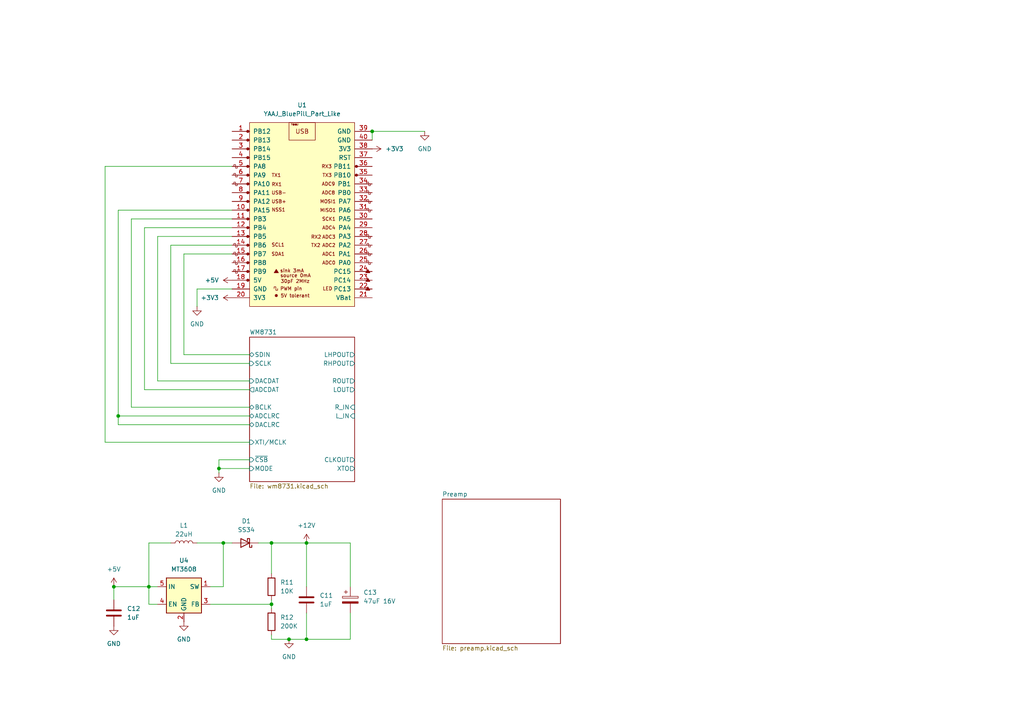
<source format=kicad_sch>
(kicad_sch (version 20250114) (generator "eeschema") (generator_version "9.0")
  (paper "A4")
  (lib_symbols
    (symbol "Device:C" (pin_numbers (hide yes)) (pin_names (offset 0.254))
      (property "Reference" "C" (at 0.635 2.54 0))
      (property "Value" "C" (at 0.635 -2.54 0))
      (symbol "C_0_1"
        (polyline (pts (xy -2.032 0.762) (xy 2.032 0.762)) (stroke (width 0.508)))
        (polyline (pts (xy -2.032 -0.762) (xy 2.032 -0.762)) (stroke (width 0.508)))
      )
      (symbol "C_1_1"
        (pin passive line (at 0 3.81 270) (length 2.794) (name "~") (number "1"))
        (pin passive line (at 0 -3.81 90) (length 2.794) (name "~") (number "2"))
      )
    )
    (symbol "Device:C_Polarized" (pin_numbers (hide yes)) (pin_names (offset 0.254))
      (property "Reference" "C" (at 0.635 2.54 0))
      (property "Value" "C_Polarized" (at 0.635 -2.54 0))
      (symbol "C_Polarized_0_1"
        (rectangle (start -2.286 0.508) (end 2.286 1.016))
        (polyline (pts (xy -1.778 2.286) (xy -0.762 2.286)))
        (polyline (pts (xy -1.27 2.794) (xy -1.27 1.778)))
        (rectangle (start 2.286 -0.508) (end -2.286 -1.016) (fill (type outline)))
      )
      (symbol "C_Polarized_1_1"
        (pin passive line (at 0 3.81 270) (length 2.794) (name "~") (number "1"))
        (pin passive line (at 0 -3.81 90) (length 2.794) (name "~") (number "2"))
      )
    )
    (symbol "Device:L" (pin_numbers (hide yes)) (pin_names (offset 1.016) (hide yes))
      (property "Reference" "L" (at -1.27 0 90))
      (property "Value" "L" (at 1.905 0 90))
      (symbol "L_0_1"
        (arc (start 0 2.54) (mid 0.6323 1.905) (end 0 1.27))
        (arc (start 0 1.27) (mid 0.6323 0.635) (end 0 0))
        (arc (start 0 0) (mid 0.6323 -0.635) (end 0 -1.27))
        (arc (start 0 -1.27) (mid 0.6323 -1.905) (end 0 -2.54))
      )
      (symbol "L_1_1"
        (pin passive line (at 0 3.81 270) (length 1.27) (name "1") (number "1"))
        (pin passive line (at 0 -3.81 90) (length 1.27) (name "2") (number "2"))
      )
    )
    (symbol "Device:R" (pin_numbers (hide yes)) (pin_names (offset 0))
      (property "Reference" "R" (at 2.032 0 90))
      (property "Value" "R" (at 0 0 90))
      (symbol "R_0_1"
        (rectangle (start -1.016 -2.54) (end 1.016 2.54) (stroke (width 0.254)))
      )
      (symbol "R_1_1"
        (pin passive line (at 0 3.81 270) (length 1.27) (name "~") (number "1"))
        (pin passive line (at 0 -3.81 90) (length 1.27) (name "~") (number "2"))
      )
    )
    (symbol "Diode:SS34" (pin_numbers (hide yes)) (pin_names (offset 1.016) (hide yes))
      (property "Reference" "D" (at 0 2.54 0))
      (property "Value" "SS34" (at 0 -2.54 0))
      (symbol "SS34_0_1"
        (polyline (pts (xy -1.905 0.635) (xy -1.905 1.27) (xy -1.27 1.27) (xy -1.27 -1.27) (xy -0.635 -1.27) (xy -0.635 -0.635)) (stroke (width 0.254)))
        (polyline (pts (xy 1.27 1.27) (xy 1.27 -1.27) (xy -1.27 0) (xy 1.27 1.27)) (stroke (width 0.254)))
        (polyline (pts (xy 1.27 0) (xy -1.27 0)))
      )
      (symbol "SS34_1_1"
        (pin passive line (at -3.81 0 0) (length 2.54) (name "K") (number "1"))
        (pin passive line (at 3.81 0 180) (length 2.54) (name "A") (number "2"))
      )
    )
    (symbol "Regulator_Switching:MT3608"
      (property "Reference" "U" (at -2.54 8.89 0))
      (property "Value" "MT3608" (at -3.81 6.35 0))
      (symbol "MT3608_0_1"
        (rectangle (start -5.08 5.08) (end 5.08 -5.08) (stroke (width 0.254)) (fill (type background)))
      )
      (symbol "MT3608_1_1"
        (pin power_in line (at -7.62 2.54 0) (length 2.54) (name "IN") (number "5"))
        (pin input line (at -7.62 -2.54 0) (length 2.54) (name "EN") (number "4"))
        (pin power_in line (at 0 -7.62 90) (length 2.54) (name "GND") (number "2"))
        (pin no_connect line (at 5.08 0 180) (length 2.54) (hide yes) (name "NC") (number "6"))
        (pin passive line (at 7.62 2.54 180) (length 2.54) (name "SW") (number "1"))
        (pin input line (at 7.62 -2.54 180) (length 2.54) (name "FB") (number "3"))
      )
    )
    (symbol "Zero.countersteer:YAAJ_BluePill_Part_Like" (pin_names (offset 1.016))
      (property "Reference" "U" (at -12.7 25.4 0))
      (property "Value" "YAAJ_BluePill_Part_Like" (at 0 2.54 90))
      (symbol "YAAJ_BluePill_Part_Like_0_0"
        (circle (center -15.748 22.86) (radius 0.3556) (fill (type outline)))
        (circle (center -15.748 17.78) (radius 0.3556) (fill (type outline)))
        (circle (center -15.748 15.24) (radius 0.3556) (fill (type outline)))
        (circle (center -15.748 12.7) (radius 0.3556) (fill (type outline)))
        (circle (center -15.748 10.16) (radius 0.3556) (fill (type outline)))
        (circle (center -15.748 7.62) (radius 0.3556) (fill (type outline)))
        (circle (center -15.748 5.08) (radius 0.3556) (fill (type outline)))
        (circle (center -15.748 2.54) (radius 0.3556) (fill (type outline)))
        (circle (center -15.748 0) (radius 0.3556) (fill (type outline)))
        (circle (center -15.748 -2.54) (radius 0.3556) (fill (type outline)))
        (circle (center -15.748 -5.08) (radius 0.3556) (fill (type outline)))
        (circle (center -15.748 -7.62) (radius 0.3556) (fill (type outline)))
        (circle (center -15.748 -10.16) (radius 0.3556) (fill (type outline)))
        (circle (center -15.748 -12.7) (radius 0.3556) (fill (type outline)))
        (circle (center -15.748 -15.24) (radius 0.3556) (fill (type outline)))
        (circle (center -15.748 -17.78) (radius 0.3556) (fill (type outline)))
        (circle (center -15.748 -20.32) (radius 0.3556) (fill (type outline)))
        (polyline (pts (xy -8.128 -18.161) (xy -7.493 -17.145) (xy -6.858 -18.161) (xy -8.128 -18.161) (xy -7.493 -17.272) (xy -6.985 -18.161) (xy -8.001 -18.034) (xy -7.493 -17.399) (xy -7.112 -18.161) (xy -7.874 -17.907) (xy -7.366 -17.526) (xy -7.239 -18.161) (xy -7.747 -17.78) (xy -7.239 -17.653) (xy -7.366 -18.034) (xy -7.62 -17.78) (xy -7.366 -17.907) (xy -7.493 -17.653)))
        (circle (center -7.493 -24.765) (radius 0.127) (fill (type outline)))
        (circle (center -7.493 -24.765) (radius 0.254))
        (circle (center -7.493 -24.765) (radius 0.3556))
        (circle (center 15.748 12.7) (radius 0.254) (fill (type outline)))
        (circle (center 15.748 12.7) (radius 0.3556))
        (circle (center 15.748 10.16) (radius 0.254) (fill (type outline)))
        (circle (center 15.748 10.16) (radius 0.3556))
        (polyline (pts (xy 18.415 -18.161) (xy 19.05 -17.145) (xy 19.685 -18.161) (xy 18.415 -18.161) (xy 19.05 -17.272) (xy 19.558 -18.161) (xy 18.542 -18.034) (xy 19.05 -17.399) (xy 19.431 -18.161) (xy 18.669 -17.907) (xy 19.177 -17.526) (xy 19.304 -18.161) (xy 18.796 -17.78) (xy 19.304 -17.653) (xy 19.177 -18.034) (xy 18.923 -17.78) (xy 19.177 -17.907) (xy 19.05 -17.653)))
        (polyline (pts (xy 18.415 -20.701) (xy 19.05 -19.685) (xy 19.685 -20.701) (xy 18.415 -20.701) (xy 19.05 -19.812) (xy 19.558 -20.701) (xy 18.542 -20.574) (xy 19.05 -19.939) (xy 19.431 -20.701) (xy 18.669 -20.447) (xy 19.177 -20.066) (xy 19.304 -20.701) (xy 18.796 -20.32) (xy 19.304 -20.193) (xy 19.177 -20.574) (xy 18.923 -20.32) (xy 19.177 -20.447) (xy 19.05 -20.193)))
        (polyline (pts (xy 18.415 -23.241) (xy 19.05 -22.225) (xy 19.685 -23.241) (xy 18.415 -23.241) (xy 19.05 -22.352) (xy 19.558 -23.241) (xy 18.542 -23.114) (xy 19.05 -22.479) (xy 19.431 -23.241) (xy 18.669 -22.987) (xy 19.177 -22.606) (xy 19.304 -23.241) (xy 18.796 -22.86) (xy 19.304 -22.733) (xy 19.177 -23.114) (xy 18.923 -22.86) (xy 19.177 -22.987) (xy 19.05 -22.733)))
        (text "TX1" (at -7.493 10.16 0) (effects (font (size 0.9906 0.9906))))
        (text "RX1" (at -7.366 7.493 0) (effects (font (size 0.9906 0.9906))))
        (text "SCL1" (at -6.985 -10.033 0) (effects (font (size 0.9906 0.9906))))
        (text "SDA1" (at -6.985 -12.7 0) (effects (font (size 0.9906 0.9906))))
        (text "NSS1" (at -6.858 0.127 0) (effects (font (size 0.9906 0.9906))))
        (text "USB-" (at -6.731 5.08 0) (effects (font (size 0.9906 0.9906))))
        (text "USB+" (at -6.731 2.54 0) (effects (font (size 0.9906 0.9906))))
        (text "PWM pin" (at -3.175 -22.733 0) (effects (font (size 0.9906 0.9906))))
        (text "sink 3mA" (at -2.921 -17.526 0) (effects (font (size 0.9906 0.9906))))
        (text "Y@@J" (at -2.159 24.892 0) (effects (font (size 0.508 0.508))))
        (text "30pF 2MHz" (at -2.032 -20.574 0) (effects (font (size 0.9906 0.9906))))
        (text "5V tolerant" (at -2.032 -24.765 0) (effects (font (size 0.9906 0.9906))))
        (text "source 0mA" (at -1.905 -18.923 0) (effects (font (size 0.9906 0.9906))))
        (text "USB" (at 0 22.86 0) (effects (font (size 1.27 1.27))))
        (text "TX2" (at 3.937 -10.16 0) (effects (font (size 0.9906 0.9906))))
        (text "RX2" (at 4.064 -7.747 0) (effects (font (size 0.9906 0.9906))))
        (text "RX3" (at 7.112 12.7 0) (effects (font (size 0.9906 0.9906))))
        (text "TX3" (at 7.239 10.16 0) (effects (font (size 0.9906 0.9906))))
        (text "LED" (at 7.366 -22.733 0) (effects (font (size 0.9906 0.9906))))
        (text "MOSI1" (at 7.493 2.54 0) (effects (font (size 0.9906 0.9906))))
        (text "MISO1" (at 7.493 0 0) (effects (font (size 0.9906 0.9906))))
        (text "ADC9" (at 7.62 7.62 0) (effects (font (size 0.9906 0.9906))))
        (text "ADC8" (at 7.62 5.08 0) (effects (font (size 0.9906 0.9906))))
        (text "SCK1" (at 7.747 -2.54 0) (effects (font (size 0.9906 0.9906))))
        (text "ADC4" (at 7.747 -5.08 0) (effects (font (size 0.9906 0.9906))))
        (text "ADC3" (at 7.747 -7.747 0) (effects (font (size 0.9906 0.9906))))
        (text "ADC2" (at 7.747 -10.16 0) (effects (font (size 0.9906 0.9906))))
        (text "ADC1" (at 7.747 -12.7 0) (effects (font (size 0.9906 0.9906))))
        (text "ADC0" (at 7.747 -15.24 0) (effects (font (size 0.9906 0.9906))))
      )
      (symbol "YAAJ_BluePill_Part_Like_0_1"
        (polyline (pts (xy -18.796 12.7) (xy -18.796 12.192) (xy -19.304 12.192) (xy -19.304 13.208) (xy -19.812 13.208) (xy -19.812 12.7)))
        (polyline (pts (xy -18.796 10.16) (xy -18.796 9.652) (xy -19.304 9.652) (xy -19.304 10.668) (xy -19.812 10.668) (xy -19.812 10.16)))
        (polyline (pts (xy -18.796 7.62) (xy -18.796 7.112) (xy -19.304 7.112) (xy -19.304 8.128) (xy -19.812 8.128) (xy -19.812 7.62)))
        (polyline (pts (xy -18.796 -10.16) (xy -18.796 -10.668) (xy -19.304 -10.668) (xy -19.304 -9.652) (xy -19.812 -9.652) (xy -19.812 -10.16)))
        (polyline (pts (xy -18.796 -12.7) (xy -18.796 -13.208) (xy -19.304 -13.208) (xy -19.304 -12.192) (xy -19.812 -12.192) (xy -19.812 -12.7)))
        (polyline (pts (xy -18.796 -15.24) (xy -18.796 -15.748) (xy -19.304 -15.748) (xy -19.304 -14.732) (xy -19.812 -14.732) (xy -19.812 -15.24)))
        (polyline (pts (xy -18.796 -17.78) (xy -18.796 -18.288) (xy -19.304 -18.288) (xy -19.304 -17.272) (xy -19.812 -17.272) (xy -19.812 -17.78)))
        (rectangle (start -15.24 25.4) (end 15.24 -27.94) (fill (type background)))
        (polyline (pts (xy -7.112 -22.733) (xy -7.112 -23.241) (xy -7.62 -23.241) (xy -7.62 -22.225) (xy -8.128 -22.225) (xy -8.128 -22.733)))
        (rectangle (start 3.81 25.4) (end -3.81 20.32))
        (polyline (pts (xy 19.812 7.62) (xy 19.812 7.112) (xy 19.304 7.112) (xy 19.304 8.128) (xy 18.796 8.128) (xy 18.796 7.62)))
        (polyline (pts (xy 19.812 5.08) (xy 19.812 4.572) (xy 19.304 4.572) (xy 19.304 5.588) (xy 18.796 5.588) (xy 18.796 5.08)))
        (polyline (pts (xy 19.812 2.54) (xy 19.812 2.032) (xy 19.304 2.032) (xy 19.304 3.048) (xy 18.796 3.048) (xy 18.796 2.54)))
        (polyline (pts (xy 19.812 0) (xy 19.812 -0.508) (xy 19.304 -0.508) (xy 19.304 0.508) (xy 18.796 0.508) (xy 18.796 0)))
        (polyline (pts (xy 19.812 -7.62) (xy 19.812 -8.128) (xy 19.304 -8.128) (xy 19.304 -7.112) (xy 18.796 -7.112) (xy 18.796 -7.62)))
        (polyline (pts (xy 19.812 -10.16) (xy 19.812 -10.668) (xy 19.304 -10.668) (xy 19.304 -9.652) (xy 18.796 -9.652) (xy 18.796 -10.16)))
        (polyline (pts (xy 19.812 -12.7) (xy 19.812 -13.208) (xy 19.304 -13.208) (xy 19.304 -12.192) (xy 18.796 -12.192) (xy 18.796 -12.7)))
        (polyline (pts (xy 19.812 -15.24) (xy 19.812 -15.748) (xy 19.304 -15.748) (xy 19.304 -14.732) (xy 18.796 -14.732) (xy 18.796 -15.24)))
      )
      (symbol "YAAJ_BluePill_Part_Like_1_1"
        (circle (center -15.748 20.32) (radius 0.3556) (fill (type outline)))
        (pin bidirectional line (at -20.32 22.86 0) (length 5.08) (name "PB12") (number "1"))
        (pin bidirectional line (at -20.32 20.32 0) (length 5.08) (name "PB13") (number "2"))
        (pin bidirectional line (at -20.32 17.78 0) (length 5.08) (name "PB14") (number "3"))
        (pin bidirectional line (at -20.32 15.24 0) (length 5.08) (name "PB15") (number "4"))
        (pin bidirectional line (at -20.32 12.7 0) (length 5.08) (name "PA8") (number "5"))
        (pin bidirectional line (at -20.32 10.16 0) (length 5.08) (name "PA9") (number "6"))
        (pin bidirectional line (at -20.32 7.62 0) (length 5.08) (name "PA10") (number "7"))
        (pin bidirectional line (at -20.32 5.08 0) (length 5.08) (name "PA11") (number "8"))
        (pin bidirectional line (at -20.32 2.54 0) (length 5.08) (name "PA12") (number "9"))
        (pin bidirectional line (at -20.32 0 0) (length 5.08) (name "PA15") (number "10"))
        (pin bidirectional line (at -20.32 -2.54 0) (length 5.08) (name "PB3") (number "11"))
        (pin bidirectional line (at -20.32 -5.08 0) (length 5.08) (name "PB4") (number "12"))
        (pin bidirectional line (at -20.32 -7.62 0) (length 5.08) (name "PB5") (number "13"))
        (pin bidirectional line (at -20.32 -10.16 0) (length 5.08) (name "PB6") (number "14"))
        (pin bidirectional line (at -20.32 -12.7 0) (length 5.08) (name "PB7") (number "15"))
        (pin bidirectional line (at -20.32 -15.24 0) (length 5.08) (name "PB8") (number "16"))
        (pin bidirectional line (at -20.32 -17.78 0) (length 5.08) (name "PB9") (number "17"))
        (pin power_in line (at -20.32 -20.32 0) (length 5.08) (name "5V") (number "18"))
        (pin power_in line (at -20.32 -22.86 0) (length 5.08) (name "GND") (number "19"))
        (pin power_in line (at -20.32 -25.4 0) (length 5.08) (name "3V3") (number "20"))
        (pin power_in line (at 20.32 22.86 180) (length 5.08) (name "GND") (number "39"))
        (pin power_in line (at 20.32 20.32 180) (length 5.08) (name "GND") (number "40"))
        (pin power_in line (at 20.32 17.78 180) (length 5.08) (name "3V3") (number "38"))
        (pin input line (at 20.32 15.24 180) (length 5.08) (name "RST") (number "37"))
        (pin bidirectional line (at 20.32 12.7 180) (length 5.08) (name "PB11") (number "36"))
        (pin bidirectional line (at 20.32 10.16 180) (length 5.08) (name "PB10") (number "35"))
        (pin bidirectional line (at 20.32 7.62 180) (length 5.08) (name "PB1") (number "34"))
        (pin bidirectional line (at 20.32 5.08 180) (length 5.08) (name "PB0") (number "33"))
        (pin bidirectional line (at 20.32 2.54 180) (length 5.08) (name "PA7") (number "32"))
        (pin bidirectional line (at 20.32 0 180) (length 5.08) (name "PA6") (number "31"))
        (pin bidirectional line (at 20.32 -2.54 180) (length 5.08) (name "PA5") (number "30"))
        (pin bidirectional line (at 20.32 -5.08 180) (length 5.08) (name "PA4") (number "29"))
        (pin bidirectional line (at 20.32 -7.62 180) (length 5.08) (name "PA3") (number "28"))
        (pin bidirectional line (at 20.32 -10.16 180) (length 5.08) (name "PA2") (number "27"))
        (pin bidirectional line (at 20.32 -12.7 180) (length 5.08) (name "PA1") (number "26"))
        (pin bidirectional line (at 20.32 -15.24 180) (length 5.08) (name "PA0") (number "25"))
        (pin bidirectional line (at 20.32 -17.78 180) (length 5.08) (name "PC15") (number "24"))
        (pin bidirectional line (at 20.32 -20.32 180) (length 5.08) (name "PC14") (number "23"))
        (pin bidirectional line (at 20.32 -22.86 180) (length 5.08) (name "PC13") (number "22"))
        (pin power_in line (at 20.32 -25.4 180) (length 5.08) (name "VBat") (number "21"))
      )
    )
    (symbol "power:+12V" (power) (pin_numbers (hide yes)) (pin_names (offset 0) (hide yes))
      (property "Value" "+12V" (at 0 3.556 0))
      (symbol "+12V_0_1"
        (polyline (pts (xy -0.762 1.27) (xy 0 2.54)))
        (polyline (pts (xy 0 2.54) (xy 0.762 1.27)))
        (polyline (pts (xy 0 0) (xy 0 2.54)))
      )
      (symbol "+12V_1_1"
        (pin power_in line (at 0 0 90) (length 0) (name "~") (number "1"))
      )
    )
    (symbol "power:+3V3" (power) (pin_numbers (hide yes)) (pin_names (offset 0) (hide yes))
      (property "Value" "+3V3" (at 0 3.556 0))
      (symbol "+3V3_0_1"
        (polyline (pts (xy -0.762 1.27) (xy 0 2.54)))
        (polyline (pts (xy 0 2.54) (xy 0.762 1.27)))
        (polyline (pts (xy 0 0) (xy 0 2.54)))
      )
      (symbol "+3V3_1_1"
        (pin power_in line (at 0 0 90) (length 0) (name "~") (number "1"))
      )
    )
    (symbol "power:+5V" (power) (pin_numbers (hide yes)) (pin_names (offset 0) (hide yes))
      (property "Value" "+5V" (at 0 3.556 0))
      (symbol "+5V_0_1"
        (polyline (pts (xy -0.762 1.27) (xy 0 2.54)))
        (polyline (pts (xy 0 2.54) (xy 0.762 1.27)))
        (polyline (pts (xy 0 0) (xy 0 2.54)))
      )
      (symbol "+5V_1_1"
        (pin power_in line (at 0 0 90) (length 0) (name "~") (number "1"))
      )
    )
    (symbol "power:GND" (power) (pin_numbers (hide yes)) (pin_names (offset 0) (hide yes))
      (property "Value" "GND" (at 0 -3.81 0))
      (symbol "GND_0_1"
        (polyline (pts (xy 0 0) (xy 0 -1.27) (xy 1.27 -1.27) (xy 0 -2.54) (xy -1.27 -1.27) (xy 0 -1.27)))
      )
      (symbol "GND_1_1"
        (pin power_in line (at 0 0 270) (length 0) (name "~") (number "1"))
      )
    )
  )
  (junction (at 43.18 170.18))
  (junction (at 33.02 170.18))
  (junction (at 78.74 157.48))
  (junction (at 107.95 38.1))
  (junction (at 64.77 157.48))
  (junction (at 88.9 157.48))
  (junction (at 78.74 175.26))
  (junction (at 83.82 185.42))
  (junction (at 34.29 120.65))
  (junction (at 63.5 135.89))
  (junction (at 88.9 185.42))
  (wire (pts (xy 30.48 128.27) (xy 72.39 128.27)))
  (wire (pts (xy 57.15 157.48) (xy 64.77 157.48)))
  (wire (pts (xy 74.93 157.48) (xy 78.74 157.48)))
  (wire (pts (xy 64.77 157.48) (xy 67.31 157.48)))
  (wire (pts (xy 34.29 120.65) (xy 72.39 120.65)))
  (wire (pts (xy 78.74 184.15) (xy 78.74 185.42)))
  (wire (pts (xy 88.9 177.8) (xy 88.9 185.42)))
  (wire (pts (xy 72.39 102.87) (xy 53.34 102.87)))
  (wire (pts (xy 78.74 157.48) (xy 78.74 166.37)))
  (wire (pts (xy 78.74 157.48) (xy 88.9 157.48)))
  (wire (pts (xy 57.15 83.82) (xy 57.15 88.9)))
  (wire (pts (xy 63.5 135.89) (xy 63.5 137.16)))
  (wire (pts (xy 38.1 63.5) (xy 38.1 118.11)))
  (wire (pts (xy 33.02 170.18) (xy 43.18 170.18)))
  (wire (pts (xy 101.6 157.48) (xy 88.9 157.48)))
  (wire (pts (xy 43.18 170.18) (xy 45.72 170.18)))
  (wire (pts (xy 43.18 157.48) (xy 43.18 170.18)))
  (wire (pts (xy 101.6 170.18) (xy 101.6 157.48)))
  (wire (pts (xy 64.77 157.48) (xy 64.77 170.18)))
  (wire (pts (xy 83.82 185.42) (xy 88.9 185.42)))
  (wire (pts (xy 45.72 110.49) (xy 72.39 110.49)))
  (wire (pts (xy 34.29 60.96) (xy 34.29 120.65)))
  (wire (pts (xy 64.77 170.18) (xy 60.96 170.18)))
  (wire (pts (xy 67.31 83.82) (xy 57.15 83.82)))
  (wire (pts (xy 72.39 118.11) (xy 38.1 118.11)))
  (wire (pts (xy 30.48 128.27) (xy 30.48 48.26)))
  (wire (pts (xy 45.72 68.58) (xy 45.72 110.49)))
  (wire (pts (xy 67.31 63.5) (xy 38.1 63.5)))
  (wire (pts (xy 72.39 105.41) (xy 49.53 105.41)))
  (wire (pts (xy 123.19 38.1) (xy 107.95 38.1)))
  (wire (pts (xy 78.74 173.99) (xy 78.74 175.26)))
  (wire (pts (xy 78.74 175.26) (xy 78.74 176.53)))
  (wire (pts (xy 107.95 40.64) (xy 107.95 38.1)))
  (wire (pts (xy 67.31 60.96) (xy 34.29 60.96)))
  (wire (pts (xy 49.53 105.41) (xy 49.53 71.12)))
  (wire (pts (xy 60.96 175.26) (xy 78.74 175.26)))
  (wire (pts (xy 49.53 71.12) (xy 67.31 71.12)))
  (wire (pts (xy 49.53 157.48) (xy 43.18 157.48)))
  (wire (pts (xy 88.9 170.18) (xy 88.9 157.48)))
  (wire (pts (xy 43.18 175.26) (xy 43.18 170.18)))
  (wire (pts (xy 72.39 113.03) (xy 41.91 113.03)))
  (wire (pts (xy 33.02 170.18) (xy 33.02 173.99)))
  (wire (pts (xy 45.72 175.26) (xy 43.18 175.26)))
  (wire (pts (xy 53.34 73.66) (xy 67.31 73.66)))
  (wire (pts (xy 34.29 123.19) (xy 34.29 120.65)))
  (wire (pts (xy 41.91 66.04) (xy 67.31 66.04)))
  (wire (pts (xy 63.5 135.89) (xy 72.39 135.89)))
  (wire (pts (xy 53.34 102.87) (xy 53.34 73.66)))
  (wire (pts (xy 72.39 123.19) (xy 34.29 123.19)))
  (wire (pts (xy 101.6 177.8) (xy 101.6 185.42)))
  (wire (pts (xy 30.48 48.26) (xy 67.31 48.26)))
  (wire (pts (xy 63.5 133.35) (xy 63.5 135.89)))
  (wire (pts (xy 78.74 185.42) (xy 83.82 185.42)))
  (wire (pts (xy 41.91 113.03) (xy 41.91 66.04)))
  (wire (pts (xy 101.6 185.42) (xy 88.9 185.42)))
  (wire (pts (xy 72.39 133.35) (xy 63.5 133.35)))
  (wire (pts (xy 67.31 68.58) (xy 45.72 68.58)))
  (symbol (lib_id "power:+5V") (at 67.31 81.28 90) (unit 1)
    (property "Reference" "#PWR015" (effects (hide yes)))
    (property "Value" "+5V" (at 63.5 81.2799 90) (effects (justify left)))
    (property "Description" "Power symbol creates a global label with name \"+5V\"" (effects (hide yes)))
  )
  (symbol (lib_id "Device:C") (at 88.9 173.99 180) (unit 1)
    (property "Reference" "C11" (at 92.71 172.7199 0) (effects (justify right)))
    (property "Value" "1uF" (at 92.71 175.2599 0) (effects (justify right)))
    (property "Footprint" "Capacitor_SMD:C_0603_1608Metric_Pad1.08x0.95mm_HandSolder" (effects (hide yes)))
    (property "Description" "Unpolarized capacitor" (effects (hide yes)))
  )
  (symbol (lib_id "Regulator_Switching:MT3608") (at 53.34 172.72 0) (unit 1)
    (property "Reference" "U4" (at 53.34 162.56 0))
    (property "Value" "MT3608" (at 53.34 165.1 0))
    (property "Footprint" "Package_TO_SOT_SMD:SOT-23-6" (effects (hide yes)))
    (property "Datasheet" "https://www.olimex.com/Products/Breadboarding/BB-PWR-3608/resources/MT3608.pdf" (effects (hide yes)))
    (property "Description" "High Efficiency 1.2MHz 2A Step Up Converter, 2-24V Vin, 28V Vout, 4A current limit, 1.2MHz, SOT23-6" (effects (hide yes)))
  )
  (symbol (lib_id "power:+12V") (at 88.9 157.48 0) (unit 1)
    (property "Reference" "#PWR019" (effects (hide yes)))
    (property "Value" "+12V" (at 88.9 152.4 0))
    (property "Description" "Power symbol creates a global label with name \"+12V\"" (effects (hide yes)))
  )
  (symbol (lib_id "Device:R") (at 78.74 180.34 0) (unit 1)
    (property "Reference" "R12" (at 81.28 179.0699 0) (effects (justify left)))
    (property "Value" "200K" (at 81.28 181.6099 0) (effects (justify left)))
    (property "Footprint" "Resistor_SMD:R_0603_1608Metric_Pad0.98x0.95mm_HandSolder" (effects (hide yes)))
    (property "Description" "Resistor" (effects (hide yes)))
  )
  (symbol (lib_id "power:GND") (at 123.19 38.1 0) (unit 1)
    (property "Reference" "#PWR06" (effects (hide yes)))
    (property "Value" "GND" (at 123.19 43.18 0))
    (property "Description" "Power symbol creates a global label with name \"GND\" , ground" (effects (hide yes)))
  )
  (symbol (lib_id "Device:C") (at 33.02 177.8 180) (unit 1)
    (property "Reference" "C12" (at 36.83 176.5299 0) (effects (justify right)))
    (property "Value" "1uF" (at 36.83 179.0699 0) (effects (justify right)))
    (property "Footprint" "Capacitor_SMD:C_0603_1608Metric_Pad1.08x0.95mm_HandSolder" (effects (hide yes)))
    (property "Description" "Unpolarized capacitor" (effects (hide yes)))
  )
  (symbol (lib_id "power:GND") (at 63.5 137.16 0) (unit 1)
    (property "Reference" "#PWR05" (effects (hide yes)))
    (property "Value" "GND" (at 63.5 142.24 0))
    (property "Description" "Power symbol creates a global label with name \"GND\" , ground" (effects (hide yes)))
  )
  (symbol (lib_id "power:+5V") (at 33.02 170.18 0) (unit 1)
    (property "Reference" "#PWR016" (effects (hide yes)))
    (property "Value" "+5V" (at 33.02 165.1 0))
    (property "Description" "Power symbol creates a global label with name \"+5V\"" (effects (hide yes)))
  )
  (symbol (lib_id "power:+3V3") (at 67.31 86.36 90) (unit 1)
    (property "Reference" "#PWR08" (effects (hide yes)))
    (property "Value" "+3V3" (at 63.5 86.3599 90) (effects (justify left)))
    (property "Description" "Power symbol creates a global label with name \"+3V3\"" (effects (hide yes)))
  )
  (symbol (lib_id "power:GND") (at 33.02 181.61 0) (unit 1)
    (property "Reference" "#PWR020" (effects (hide yes)))
    (property "Value" "GND" (at 33.02 186.69 0))
    (property "Description" "Power symbol creates a global label with name \"GND\" , ground" (effects (hide yes)))
  )
  (symbol (lib_id "Zero.countersteer:YAAJ_BluePill_Part_Like") (at 87.63 60.96 0) (unit 1)
    (property "Reference" "U1" (at 87.63 30.48 0))
    (property "Value" "YAAJ_BluePill_Part_Like" (at 87.63 33.02 0))
    (property "Footprint" "YAAJ:YAAJ_BluePill_2" (effects (hide yes)))
    (property "Description" "STM32 Blue Pill ; not KLC compliant" (effects (hide yes)))
  )
  (symbol (lib_id "power:GND") (at 57.15 88.9 0) (unit 1)
    (property "Reference" "#PWR07" (effects (hide yes)))
    (property "Value" "GND" (at 57.15 93.98 0))
    (property "Description" "Power symbol creates a global label with name \"GND\" , ground" (effects (hide yes)))
  )
  (symbol (lib_id "power:+3V3") (at 107.95 43.18 270) (unit 1)
    (property "Reference" "#PWR014" (effects (hide yes)))
    (property "Value" "+3V3" (at 111.76 43.1799 90) (effects (justify left)))
    (property "Description" "Power symbol creates a global label with name \"+3V3\"" (effects (hide yes)))
  )
  (symbol (lib_id "Device:C_Polarized") (at 101.6 173.99 0) (unit 1)
    (property "Reference" "C13" (at 105.41 171.8309 0) (effects (justify left)))
    (property "Value" "47uF 16V" (at 105.41 174.3709 0) (effects (justify left)))
    (property "Footprint" "Capacitor_SMD:CP_Elec_5x5.4" (effects (hide yes)))
    (property "Description" "Polarized capacitor" (effects (hide yes)))
  )
  (symbol (lib_id "power:GND") (at 83.82 185.42 0) (unit 1)
    (property "Reference" "#PWR018" (effects (hide yes)))
    (property "Value" "GND" (at 83.82 190.5 0))
    (property "Description" "Power symbol creates a global label with name \"GND\" , ground" (effects (hide yes)))
  )
  (symbol (lib_id "power:GND") (at 53.34 180.34 0) (unit 1)
    (property "Reference" "#PWR017" (effects (hide yes)))
    (property "Value" "GND" (at 53.34 185.42 0))
    (property "Description" "Power symbol creates a global label with name \"GND\" , ground" (effects (hide yes)))
  )
  (symbol (lib_id "Device:R") (at 78.74 170.18 0) (unit 1)
    (property "Reference" "R11" (at 81.28 168.9099 0) (effects (justify left)))
    (property "Value" "10K" (at 81.28 171.4499 0) (effects (justify left)))
    (property "Footprint" "Resistor_SMD:R_0603_1608Metric_Pad0.98x0.95mm_HandSolder" (effects (hide yes)))
    (property "Description" "Resistor" (effects (hide yes)))
  )
  (symbol (lib_id "Diode:SS34") (at 71.12 157.48 180) (unit 1)
    (property "Reference" "D1" (at 71.4375 151.13 0))
    (property "Value" "SS34" (at 71.4375 153.67 0))
    (property "Footprint" "Diode_SMD:D_SMA" (effects (hide yes)))
    (property "Datasheet" "https://www.vishay.com/docs/88751/ss32.pdf" (effects (hide yes)))
    (property "Description" "40V 3A Schottky Diode, SMA" (effects (hide yes)))
  )
  (symbol (lib_id "Device:L") (at 53.34 157.48 90) (unit 1)
    (property "Reference" "L1" (at 53.34 152.4 90))
    (property "Value" "22uH" (at 53.34 154.94 90))
    (property "Footprint" "Inductor_SMD:L_10.4x10.4_H4.8" (effects (hide yes)))
    (property "Description" "Inductor" (effects (hide yes)))
  )
  (sheet (at 128.27 144.78) (size 34.29 41.91) (stroke (width 0.1524))
    (property "Sheetname" "Preamp" (at 128.27 144.0684 0) (effects (justify left bottom)))
    (property "Sheetfile" "preamp.kicad_sch" (at 128.27 187.2746 0) (effects (justify left top)))
  )
  (sheet (at 72.39 97.79) (size 30.48 41.91) (stroke (width 0.1524))
    (property "Sheetname" "WM8731" (at 72.39 97.0784 0) (effects (justify left bottom)))
    (property "Sheetfile" "wm8731.kicad_sch" (at 72.39 140.2846 0) (effects (justify left top)))
    (pin "L_IN" input (at 102.87 120.65 0))
    (pin "R_IN" input (at 102.87 118.11 0))
    (pin "ADCDAT" output (at 72.39 113.03 180))
    (pin "ADCLRC" bidirectional (at 72.39 120.65 180))
    (pin "BCLK" bidirectional (at 72.39 118.11 180))
    (pin "DACDAT" input (at 72.39 110.49 180))
    (pin "DACLRC" bidirectional (at 72.39 123.19 180))
    (pin "MODE" input (at 72.39 135.89 180))
    (pin "SCLK" input (at 72.39 105.41 180))
    (pin "SDIN" bidirectional (at 72.39 102.87 180))
    (pin "~{CSB}" input (at 72.39 133.35 180))
    (pin "CLKOUT" output (at 102.87 133.35 0))
    (pin "XTI/MCLK" input (at 72.39 128.27 180))
    (pin "XTO" output (at 102.87 135.89 0))
    (pin "LHPOUT" output (at 102.87 102.87 0))
    (pin "LOUT" output (at 102.87 113.03 0))
    (pin "RHPOUT" output (at 102.87 105.41 0))
    (pin "ROUT" output (at 102.87 110.49 0))
  )
)
</source>
